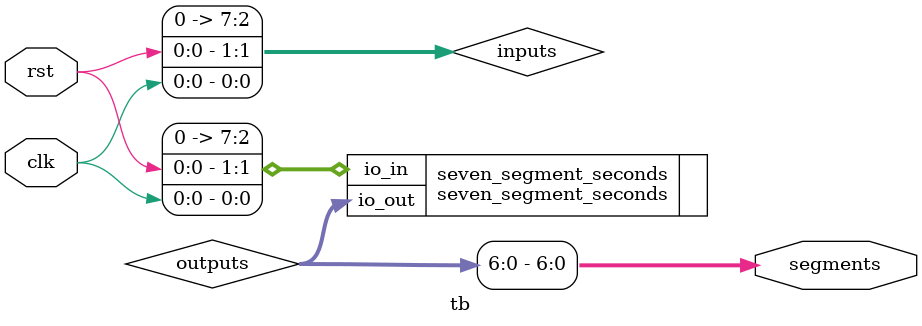
<source format=v>
`default_nettype none
`timescale 1ns/1ps

/*
this testbench just instantiates the module and makes some convenient wires
that can be driven / tested by the cocotb test.py
See if actions work.
*/

module tb (
    // testbench is controlled by test.py
    input clk,
    input rst,
    output [6:0] segments
   );

    // this part dumps the trace to a vcd file that can be viewed with GTKWave
    initial begin
        $dumpfile ("tb.vcd");
        $dumpvars (0, tb);
        #1;
    end

    // wire up the inputs and outputs
    wire [7:0] inputs = {6'b0, rst, clk};
    wire [7:0] outputs;
    assign segments = outputs[6:0];

    // instantiate the DUT
    seven_segment_seconds #(.MAX_COUNT(100)) seven_segment_seconds(
        .io_in  (inputs),
        .io_out (outputs)
        );

endmodule

</source>
